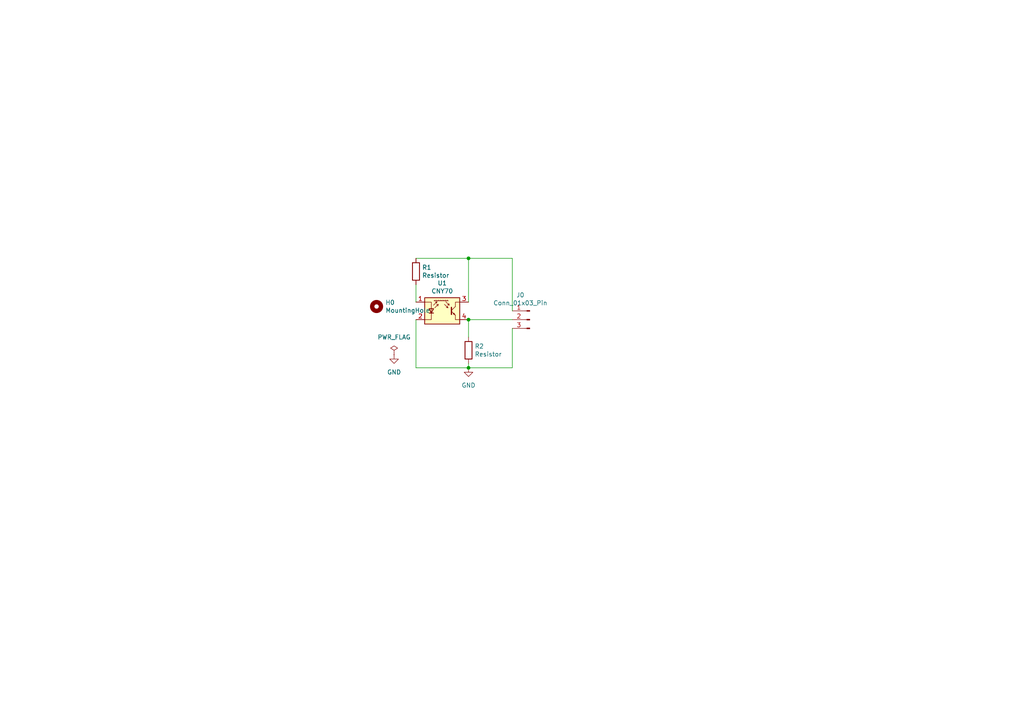
<source format=kicad_sch>
(kicad_sch (version 20231120) (generator "eeschema") (generator_version "8.0")
  (paper "A4")
  (lib_symbols
    (symbol "Connector:Conn_01x03_Pin" (pin_names (offset 1.016) hide)
      (property "Reference" "J" (at 0 5.08 0))
      (property "Value" "Conn_01x03_Pin" (at 0 -5.08 0))
      (symbol "Conn_01x03_Pin_1_1"
        (polyline (pts (xy 1.27 -2.54) (xy 0.8636 -2.54)) (stroke (width 0.1524)))
        (polyline (pts (xy 1.27 0) (xy 0.8636 0)) (stroke (width 0.1524)))
        (polyline (pts (xy 1.27 2.54) (xy 0.8636 2.54)) (stroke (width 0.1524)))
        (rectangle (start 0.8636 -2.413) (end 0 -2.667) (stroke (width 0.1524)) (fill (type outline)))
        (rectangle (start 0.8636 0.127) (end 0 -0.127) (stroke (width 0.1524)) (fill (type outline)))
        (rectangle (start 0.8636 2.667) (end 0 2.413) (stroke (width 0.1524)) (fill (type outline)))
        (pin passive line (at 5.08 2.54 180) (length 3.81) (name "Pin_1") (number "1"))
        (pin passive line (at 5.08 0 180) (length 3.81) (name "Pin_2") (number "2"))
        (pin passive line (at 5.08 -2.54 180) (length 3.81) (name "Pin_3") (number "3"))
      )
    )
    (symbol "Device:R" (pin_numbers hide) (pin_names (offset 0))
      (property "Reference" "R" (at 2.032 0 90))
      (property "Value" "R" (at 0 0 90))
      (symbol "R_0_1"
        (rectangle (start -1.016 -2.54) (end 1.016 2.54) (stroke (width 0.254)))
      )
      (symbol "R_1_1"
        (pin passive line (at 0 3.81 270) (length 1.27) (name "~") (number "1"))
        (pin passive line (at 0 -3.81 90) (length 1.27) (name "~") (number "2"))
      )
    )
    (symbol "GND_1" (power) (pin_numbers hide) (pin_names (offset 0) hide)
      (property "Value" "GND" (at 0 -3.81 0))
      (symbol "GND_1_0_1"
        (polyline (pts (xy 0 0) (xy 0 -1.27) (xy 1.27 -1.27) (xy 0 -2.54) (xy -1.27 -1.27) (xy 0 -1.27)))
      )
      (symbol "GND_1_1_1"
        (pin power_in line (at 0 0 270) (length 0) (name "~") (number "1"))
      )
    )
    (symbol "Mechanical:MountingHole" (pin_names (offset 1.016))
      (property "Reference" "H" (at 0 5.08 0))
      (property "Value" "MountingHole" (at 0 3.175 0))
      (symbol "MountingHole_0_1"
        (circle (center 0 0) (radius 1.27) (stroke (width 1.27)))
      )
    )
    (symbol "PWR_FLAG_1" (power) (pin_numbers hide) (pin_names (offset 0) hide)
      (property "Value" "PWR_FLAG" (at 0 3.81 0))
      (symbol "PWR_FLAG_1_0_0"
        (pin power_out line (at 0 0 90) (length 0) (name "~") (number "1"))
      )
      (symbol "PWR_FLAG_1_0_1"
        (polyline (pts (xy 0 0) (xy 0 1.27) (xy -1.016 1.905) (xy 0 2.54) (xy 1.016 1.905) (xy 0 1.27)))
      )
    )
    (symbol "Sensor_Proximity:CNY70" (pin_names (offset 1.016) hide)
      (property "Reference" "U" (at -5.08 5.08 0))
      (property "Value" "CNY70" (at 5.08 5.08 0))
      (symbol "CNY70_0_1"
        (polyline (pts (xy -3.81 -0.635) (xy -2.54 -0.635)) (stroke (width 0.254)))
        (polyline (pts (xy -2.286 2.921) (xy -2.032 3.175)))
        (polyline (pts (xy -1.778 2.921) (xy -1.524 3.175)))
        (polyline (pts (xy -1.524 2.667) (xy -1.651 2.159)))
        (polyline (pts (xy -1.27 2.921) (xy -1.016 3.175)))
        (polyline (pts (xy -1.143 1.905) (xy -1.27 1.397)))
        (polyline (pts (xy -0.762 2.921) (xy -0.508 3.175)))
        (polyline (pts (xy -0.254 2.921) (xy 0 3.175)))
        (polyline (pts (xy 0.254 2.921) (xy 0.508 3.175)))
        (polyline (pts (xy 0.762 2.921) (xy 1.016 3.175)))
        (polyline (pts (xy 1.27 2.921) (xy 1.524 3.175)))
        (polyline (pts (xy 1.651 0.889) (xy 1.143 1.016)))
        (polyline (pts (xy 1.778 2.921) (xy -2.413 2.921)))
        (polyline (pts (xy 2.032 1.651) (xy 1.524 1.778)))
        (polyline (pts (xy 2.667 -0.127) (xy 3.81 -1.27)))
        (polyline (pts (xy 2.667 0.127) (xy 3.81 1.27)))
        (polyline (pts (xy -2.54 1.651) (xy -1.524 2.667) (xy -2.032 2.54)))
        (polyline (pts (xy -2.159 0.889) (xy -1.143 1.905) (xy -1.651 1.778)))
        (polyline (pts (xy 0.635 1.905) (xy 1.651 0.889) (xy 1.524 1.397)))
        (polyline (pts (xy 1.016 2.667) (xy 2.032 1.651) (xy 1.905 2.159)))
        (polyline (pts (xy 2.667 1.016) (xy 2.667 -1.016) (xy 2.667 -1.016)) (stroke (width 0.3556)))
        (polyline (pts (xy 3.81 -1.27) (xy 3.81 -2.54) (xy 5.08 -2.54)))
        (polyline (pts (xy 3.81 1.27) (xy 3.81 2.54) (xy 5.08 2.54)))
        (polyline (pts (xy -5.08 -2.54) (xy -3.175 -2.54) (xy -3.175 2.54) (xy -5.08 2.54)))
        (polyline (pts (xy -3.175 -0.635) (xy -3.81 0.635) (xy -2.54 0.635) (xy -3.175 -0.635)) (stroke (width 0.254)))
        (polyline (pts (xy 3.683 -1.143) (xy 3.429 -0.635) (xy 3.175 -0.889) (xy 3.683 -1.143)))
        (polyline (pts (xy -5.08 -3.81) (xy 5.08 -3.81) (xy 5.08 3.81) (xy -5.08 3.81) (xy -5.08 -3.81)) (stroke (width 0.254)) (fill (type background)))
      )
      (symbol "CNY70_1_1"
        (pin passive line (at -7.62 2.54 0) (length 2.54) (name "A") (number "1"))
        (pin passive line (at -7.62 -2.54 0) (length 2.54) (name "K") (number "2"))
        (pin open_collector line (at 7.62 2.54 180) (length 2.54) (name "C") (number "3"))
        (pin open_emitter line (at 7.62 -2.54 180) (length 2.54) (name "E") (number "4"))
      )
    )
  )
  (junction (at 135.89 106.68))
  (junction (at 135.89 74.93))
  (junction (at 135.89 92.71))
  (wire (pts (xy 135.89 74.93) (xy 148.59 74.93)))
  (wire (pts (xy 135.89 74.93) (xy 135.89 87.63)))
  (wire (pts (xy 120.65 92.71) (xy 120.65 106.68)))
  (wire (pts (xy 135.89 92.71) (xy 135.89 97.79)))
  (wire (pts (xy 135.89 92.71) (xy 148.59 92.71)))
  (wire (pts (xy 120.65 82.55) (xy 120.65 87.63)))
  (wire (pts (xy 135.89 106.68) (xy 148.59 106.68)))
  (wire (pts (xy 135.89 106.68) (xy 135.89 105.41)))
  (wire (pts (xy 148.59 106.68) (xy 148.59 95.25)))
  (wire (pts (xy 120.65 106.68) (xy 135.89 106.68)))
  (wire (pts (xy 148.59 90.17) (xy 148.59 74.93)))
  (wire (pts (xy 120.65 74.93) (xy 135.89 74.93)))
  (symbol (lib_id "Sensor_Proximity:CNY70") (at 128.27 90.17 0) (unit 1)
    (property "Reference" "U1" (at 128.27 82.1182 0))
    (property "Value" "CNY70" (at 128.27 84.4296 0))
    (property "Footprint" "stem_piano_footprints:Vishay_CNY70" (effects (hide yes)))
  )
  (symbol (lib_id "Device:R") (at 120.65 78.74 0) (unit 1)
    (property "Reference" "R1" (at 122.428 77.5716 0) (effects (justify left)))
    (property "Value" "Resistor" (at 122.428 79.883 0) (effects (justify left)))
    (property "Footprint" "Resistor_THT:R_Axial_DIN0204_L3.6mm_D1.6mm_P7.62mm_Horizontal" (effects (hide yes)))
  )
  (symbol (lib_id "Device:R") (at 135.89 101.6 0) (unit 1)
    (property "Reference" "R2" (at 137.668 100.4316 0) (effects (justify left)))
    (property "Value" "Resistor" (at 137.668 102.743 0) (effects (justify left)))
    (property "Footprint" "Resistor_THT:R_Axial_DIN0204_L3.6mm_D1.6mm_P7.62mm_Horizontal" (effects (hide yes)))
  )
  (symbol (lib_id "Mechanical:MountingHole") (at 109.22 88.9 0) (unit 1)
    (property "Reference" "H0" (at 111.76 87.7316 0) (effects (justify left)))
    (property "Value" "MountingHole" (at 111.76 90.043 0) (effects (justify left)))
    (property "Footprint" "MountingHole:MountingHole_3.5mm_Pad_TopBottom" (effects (hide yes)))
  )
  (symbol (lib_id "Connector:Conn_01x03_Pin") (at 153.67 92.71 0) (mirror y) (unit 1)
    (property "Reference" "J0" (at 150.9268 85.5726 0))
    (property "Value" "Conn_01x03_Pin" (at 150.9268 87.884 0))
    (property "Footprint" "Connector_PinHeader_2.54mm:PinHeader_1x03_P2.54mm_Vertical" (effects (hide yes)))
  )
  (symbol (lib_name "GND_1") (lib_id "power:GND") (at 135.89 106.68 0) (unit 1)
    (property "Reference" "#PWR02" (effects (hide yes)))
    (property "Value" "GND" (at 135.89 111.76 0))
    (property "Description" "Power symbol creates a global label with name \"GND\" , ground" (effects (hide yes)))
  )
  (symbol (lib_name "GND_1") (lib_id "power:GND") (at 114.3 102.87 0) (unit 1)
    (property "Reference" "#PWR01" (effects (hide yes)))
    (property "Value" "GND" (at 114.3 107.95 0))
    (property "Description" "Power symbol creates a global label with name \"GND\" , ground" (effects (hide yes)))
  )
  (symbol (lib_name "PWR_FLAG_1") (lib_id "power:PWR_FLAG") (at 114.3 102.87 0) (unit 1)
    (property "Reference" "#FLG01" (effects (hide yes)))
    (property "Value" "PWR_FLAG" (at 114.3 97.79 0))
    (property "Description" "Special symbol for telling ERC where power comes from" (effects (hide yes)))
  )
)
</source>
